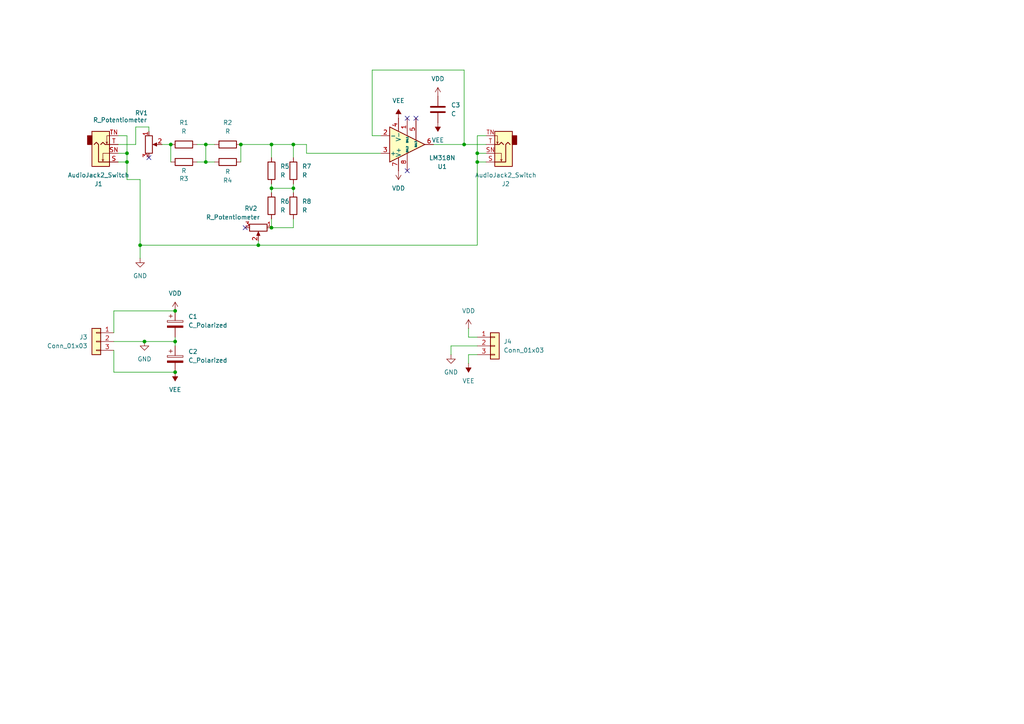
<source format=kicad_sch>
(kicad_sch (version 20250114) (generator "eeschema") (generator_version "9.0")
  (paper "A4")
  (lib_symbols
    (symbol "Amplifier_Operational:LM318N" (pin_names (offset 0.127))
      (property "Reference" "U" (at 3.81 3.81 0))
      (property "Value" "LM318N" (at 3.81 -3.81 0))
      (symbol "LM318N_0_1"
        (polyline (pts (xy 5.08 0) (xy -5.08 5.08) (xy -5.08 -5.08) (xy 5.08 0)) (stroke (width 0.254)) (fill (type background)))
      )
      (symbol "LM318N_1_1"
        (pin input line (at -7.62 2.54 0) (length 2.54) (name "+") (number "3"))
        (pin input line (at -7.62 -2.54 0) (length 2.54) (name "-") (number "2"))
        (pin power_in line (at -2.54 7.62 270) (length 3.81) (name "V+") (number "7"))
        (pin power_in line (at -2.54 -7.62 90) (length 3.81) (name "V-") (number "4"))
        (pin passive line (at 0 7.62 270) (length 5.08) (name "BAL2") (number "8"))
        (pin passive line (at 0 -7.62 90) (length 5.08) (name "BAL1") (number "1"))
        (pin passive line (at 2.54 -7.62 90) (length 6.35) (name "BAL3") (number "5"))
        (pin output line (at 7.62 0 180) (length 2.54) (name "~") (number "6"))
      )
    )
    (symbol "Connector_Audio:AudioJack2_Switch"
      (property "Reference" "J" (at 0 11.43 0))
      (property "Value" "AudioJack2_Switch" (at 0 8.89 0))
      (symbol "AudioJack2_Switch_0_1"
        (rectangle (start -2.54 0) (end -3.81 -2.54) (stroke (width 0.254)) (fill (type outline)))
        (rectangle (start 2.54 6.35) (end -2.54 -3.81) (stroke (width 0.254)) (fill (type background)))
      )
      (symbol "AudioJack2_Switch_1_1"
        (polyline (pts (xy 0 0) (xy 0.635 -0.635) (xy 1.27 0) (xy 2.54 0)) (stroke (width 0.254)))
        (polyline (pts (xy 0.635 4.826) (xy 0.889 4.318)))
        (polyline (pts (xy 1.778 -0.254) (xy 2.032 -0.762)))
        (polyline (pts (xy 2.54 5.08) (xy -0.635 5.08) (xy -0.635 0) (xy -1.27 -0.635) (xy -1.905 0)) (stroke (width 0.254)))
        (polyline (pts (xy 2.54 2.54) (xy 0.635 2.54) (xy 0.635 4.826) (xy 0.381 4.318)))
        (polyline (pts (xy 2.54 -2.54) (xy 1.778 -2.54) (xy 1.778 -0.254) (xy 1.524 -0.762)))
        (pin passive line (at 5.08 5.08 180) (length 2.54) (name "~") (number "S"))
        (pin passive line (at 5.08 2.54 180) (length 2.54) (name "~") (number "SN"))
        (pin passive line (at 5.08 0 180) (length 2.54) (name "~") (number "T"))
        (pin passive line (at 5.08 -2.54 180) (length 2.54) (name "~") (number "TN"))
      )
    )
    (symbol "Connector_Generic:Conn_01x03" (pin_names (offset 1.016) (hide yes))
      (property "Reference" "J" (at 0 5.08 0))
      (property "Value" "Conn_01x03" (at 0 -5.08 0))
      (symbol "Conn_01x03_1_1"
        (rectangle (start -1.27 3.81) (end 1.27 -3.81) (stroke (width 0.254)) (fill (type background)))
        (rectangle (start -1.27 2.667) (end 0 2.413) (stroke (width 0.1524)))
        (rectangle (start -1.27 0.127) (end 0 -0.127) (stroke (width 0.1524)))
        (rectangle (start -1.27 -2.413) (end 0 -2.667) (stroke (width 0.1524)))
        (pin passive line (at -5.08 2.54 0) (length 3.81) (name "Pin_1") (number "1"))
        (pin passive line (at -5.08 0 0) (length 3.81) (name "Pin_2") (number "2"))
        (pin passive line (at -5.08 -2.54 0) (length 3.81) (name "Pin_3") (number "3"))
      )
    )
    (symbol "Device:C" (pin_numbers (hide yes)) (pin_names (offset 0.254))
      (property "Reference" "C" (at 0.635 2.54 0))
      (property "Value" "C" (at 0.635 -2.54 0))
      (symbol "C_0_1"
        (polyline (pts (xy -2.032 0.762) (xy 2.032 0.762)) (stroke (width 0.508)))
        (polyline (pts (xy -2.032 -0.762) (xy 2.032 -0.762)) (stroke (width 0.508)))
      )
      (symbol "C_1_1"
        (pin passive line (at 0 3.81 270) (length 2.794) (name "~") (number "1"))
        (pin passive line (at 0 -3.81 90) (length 2.794) (name "~") (number "2"))
      )
    )
    (symbol "Device:C_Polarized" (pin_numbers (hide yes)) (pin_names (offset 0.254))
      (property "Reference" "C" (at 0.635 2.54 0))
      (property "Value" "C_Polarized" (at 0.635 -2.54 0))
      (symbol "C_Polarized_0_1"
        (rectangle (start -2.286 0.508) (end 2.286 1.016))
        (polyline (pts (xy -1.778 2.286) (xy -0.762 2.286)))
        (polyline (pts (xy -1.27 2.794) (xy -1.27 1.778)))
        (rectangle (start 2.286 -0.508) (end -2.286 -1.016) (fill (type outline)))
      )
      (symbol "C_Polarized_1_1"
        (pin passive line (at 0 3.81 270) (length 2.794) (name "~") (number "1"))
        (pin passive line (at 0 -3.81 90) (length 2.794) (name "~") (number "2"))
      )
    )
    (symbol "Device:R" (pin_numbers (hide yes)) (pin_names (offset 0))
      (property "Reference" "R" (at 2.032 0 90))
      (property "Value" "R" (at 0 0 90))
      (symbol "R_0_1"
        (rectangle (start -1.016 -2.54) (end 1.016 2.54) (stroke (width 0.254)))
      )
      (symbol "R_1_1"
        (pin passive line (at 0 3.81 270) (length 1.27) (name "~") (number "1"))
        (pin passive line (at 0 -3.81 90) (length 1.27) (name "~") (number "2"))
      )
    )
    (symbol "Device:R_Potentiometer" (pin_names (offset 1.016) (hide yes))
      (property "Reference" "RV" (at -4.445 0 90))
      (property "Value" "R_Potentiometer" (at -2.54 0 90))
      (symbol "R_Potentiometer_0_1"
        (rectangle (start 1.016 2.54) (end -1.016 -2.54) (stroke (width 0.254)))
        (polyline (pts (xy 1.143 0) (xy 2.286 0.508) (xy 2.286 -0.508) (xy 1.143 0)) (fill (type outline)))
        (polyline (pts (xy 2.54 0) (xy 1.524 0)))
      )
      (symbol "R_Potentiometer_1_1"
        (pin passive line (at 0 3.81 270) (length 1.27) (name "1") (number "1"))
        (pin passive line (at 0 -3.81 90) (length 1.27) (name "3") (number "3"))
        (pin passive line (at 3.81 0 180) (length 1.27) (name "2") (number "2"))
      )
    )
    (symbol "power:GND" (power) (pin_numbers (hide yes)) (pin_names (offset 0) (hide yes))
      (property "Value" "GND" (at 0 -3.81 0))
      (symbol "GND_0_1"
        (polyline (pts (xy 0 0) (xy 0 -1.27) (xy 1.27 -1.27) (xy 0 -2.54) (xy -1.27 -1.27) (xy 0 -1.27)))
      )
      (symbol "GND_1_1"
        (pin power_in line (at 0 0 270) (length 0) (name "~") (number "1"))
      )
    )
    (symbol "power:VDD" (power) (pin_numbers (hide yes)) (pin_names (offset 0) (hide yes))
      (property "Value" "VDD" (at 0 3.556 0))
      (symbol "VDD_0_1"
        (polyline (pts (xy -0.762 1.27) (xy 0 2.54)))
        (polyline (pts (xy 0 2.54) (xy 0.762 1.27)))
        (polyline (pts (xy 0 0) (xy 0 2.54)))
      )
      (symbol "VDD_1_1"
        (pin power_in line (at 0 0 90) (length 0) (name "~") (number "1"))
      )
    )
    (symbol "power:VEE" (power) (pin_numbers (hide yes)) (pin_names (offset 0) (hide yes))
      (property "Value" "VEE" (at 0 3.556 0))
      (symbol "VEE_0_1"
        (polyline (pts (xy 0 0) (xy 0 2.54)))
        (polyline (pts (xy 0.762 1.27) (xy -0.762 1.27) (xy 0 2.54) (xy 0.762 1.27)) (fill (type outline)))
      )
      (symbol "VEE_1_1"
        (pin power_in line (at 0 0 90) (length 0) (name "~") (number "1"))
      )
    )
  )
  (junction (at 36.83 44.45))
  (junction (at 50.8 90.17))
  (junction (at 50.8 99.06))
  (junction (at 69.85 41.91))
  (junction (at 36.83 46.99))
  (junction (at 138.43 44.45))
  (junction (at 41.91 99.06))
  (junction (at 85.09 54.61))
  (junction (at 59.69 46.99))
  (junction (at 134.62 41.91))
  (junction (at 78.74 54.61))
  (junction (at 85.09 41.91))
  (junction (at 74.93 71.12))
  (junction (at 40.64 71.12))
  (junction (at 138.43 46.99))
  (junction (at 50.8 107.95))
  (junction (at 78.74 66.04))
  (junction (at 49.53 41.91))
  (junction (at 59.69 41.91))
  (junction (at 78.74 41.91))
  (no_connect (at 43.18 45.72))
  (no_connect (at 120.65 34.29))
  (no_connect (at 118.11 34.29))
  (no_connect (at 118.11 49.53))
  (no_connect (at 71.12 66.04))
  (wire (pts (xy 138.43 97.79) (xy 135.89 97.79)))
  (wire (pts (xy 138.43 46.99) (xy 140.97 46.99)))
  (wire (pts (xy 88.9 41.91) (xy 88.9 44.45)))
  (wire (pts (xy 134.62 20.32) (xy 134.62 41.91)))
  (wire (pts (xy 138.43 39.37) (xy 138.43 44.45)))
  (wire (pts (xy 78.74 54.61) (xy 85.09 54.61)))
  (wire (pts (xy 130.81 100.33) (xy 130.81 102.87)))
  (wire (pts (xy 50.8 107.95) (xy 33.02 107.95)))
  (wire (pts (xy 78.74 41.91) (xy 85.09 41.91)))
  (wire (pts (xy 36.83 39.37) (xy 36.83 44.45)))
  (wire (pts (xy 40.64 71.12) (xy 74.93 71.12)))
  (wire (pts (xy 43.18 36.83) (xy 39.37 36.83)))
  (wire (pts (xy 110.49 39.37) (xy 107.95 39.37)))
  (wire (pts (xy 43.18 36.83) (xy 43.18 38.1)))
  (wire (pts (xy 78.74 63.5) (xy 78.74 66.04)))
  (wire (pts (xy 85.09 41.91) (xy 88.9 41.91)))
  (wire (pts (xy 39.37 41.91) (xy 34.29 41.91)))
  (wire (pts (xy 40.64 52.07) (xy 36.83 52.07)))
  (wire (pts (xy 36.83 52.07) (xy 36.83 46.99)))
  (wire (pts (xy 78.74 66.04) (xy 85.09 66.04)))
  (wire (pts (xy 78.74 53.34) (xy 78.74 54.61)))
  (wire (pts (xy 107.95 39.37) (xy 107.95 20.32)))
  (wire (pts (xy 69.85 41.91) (xy 69.85 46.99)))
  (wire (pts (xy 125.73 41.91) (xy 134.62 41.91)))
  (wire (pts (xy 74.93 71.12) (xy 138.43 71.12)))
  (wire (pts (xy 78.74 41.91) (xy 78.74 45.72)))
  (wire (pts (xy 59.69 41.91) (xy 59.69 46.99)))
  (wire (pts (xy 57.15 41.91) (xy 59.69 41.91)))
  (wire (pts (xy 59.69 46.99) (xy 62.23 46.99)))
  (wire (pts (xy 74.93 69.85) (xy 74.93 71.12)))
  (wire (pts (xy 138.43 44.45) (xy 140.97 44.45)))
  (wire (pts (xy 50.8 90.17) (xy 33.02 90.17)))
  (wire (pts (xy 85.09 54.61) (xy 85.09 55.88)))
  (wire (pts (xy 138.43 46.99) (xy 138.43 71.12)))
  (wire (pts (xy 88.9 44.45) (xy 110.49 44.45)))
  (wire (pts (xy 33.02 107.95) (xy 33.02 101.6)))
  (wire (pts (xy 85.09 41.91) (xy 85.09 45.72)))
  (wire (pts (xy 107.95 20.32) (xy 134.62 20.32)))
  (wire (pts (xy 41.91 99.06) (xy 50.8 99.06)))
  (wire (pts (xy 135.89 102.87) (xy 135.89 105.41)))
  (wire (pts (xy 40.64 71.12) (xy 40.64 52.07)))
  (wire (pts (xy 33.02 90.17) (xy 33.02 96.52)))
  (wire (pts (xy 36.83 46.99) (xy 34.29 46.99)))
  (wire (pts (xy 36.83 44.45) (xy 36.83 46.99)))
  (wire (pts (xy 138.43 44.45) (xy 138.43 46.99)))
  (wire (pts (xy 69.85 41.91) (xy 78.74 41.91)))
  (wire (pts (xy 134.62 41.91) (xy 140.97 41.91)))
  (wire (pts (xy 78.74 54.61) (xy 78.74 55.88)))
  (wire (pts (xy 46.99 41.91) (xy 49.53 41.91)))
  (wire (pts (xy 138.43 100.33) (xy 130.81 100.33)))
  (wire (pts (xy 50.8 100.33) (xy 50.8 99.06)))
  (wire (pts (xy 50.8 99.06) (xy 50.8 97.79)))
  (wire (pts (xy 85.09 53.34) (xy 85.09 54.61)))
  (wire (pts (xy 34.29 44.45) (xy 36.83 44.45)))
  (wire (pts (xy 40.64 71.12) (xy 40.64 74.93)))
  (wire (pts (xy 135.89 97.79) (xy 135.89 95.25)))
  (wire (pts (xy 138.43 102.87) (xy 135.89 102.87)))
  (wire (pts (xy 140.97 39.37) (xy 138.43 39.37)))
  (wire (pts (xy 39.37 36.83) (xy 39.37 41.91)))
  (wire (pts (xy 85.09 66.04) (xy 85.09 63.5)))
  (wire (pts (xy 59.69 41.91) (xy 62.23 41.91)))
  (wire (pts (xy 57.15 46.99) (xy 59.69 46.99)))
  (wire (pts (xy 49.53 41.91) (xy 49.53 46.99)))
  (wire (pts (xy 33.02 99.06) (xy 41.91 99.06)))
  (wire (pts (xy 34.29 39.37) (xy 36.83 39.37)))
  (symbol (lib_id "power:GND") (at 41.91 99.06 0) (unit 1)
    (property "Reference" "#PWR06" (effects (hide yes)))
    (property "Value" "GND" (at 41.91 104.14 0))
    (property "Description" "Power symbol creates a global label with name \"GND\" , ground" (effects (hide yes)))
  )
  (symbol (lib_id "power:GND") (at 130.81 102.87 0) (unit 1)
    (property "Reference" "#PWR09" (effects (hide yes)))
    (property "Value" "GND" (at 130.81 107.95 0))
    (property "Description" "Power symbol creates a global label with name \"GND\" , ground" (effects (hide yes)))
  )
  (symbol (lib_id "power:VDD") (at 50.8 90.17 0) (unit 1)
    (property "Reference" "#PWR04" (effects (hide yes)))
    (property "Value" "VDD" (at 50.8 85.09 0))
    (property "Description" "Power symbol creates a global label with name \"VDD\"" (effects (hide yes)))
  )
  (symbol (lib_id "Device:R") (at 85.09 49.53 180) (unit 1)
    (property "Reference" "R7" (at 87.63 48.2599 0) (effects (justify right)))
    (property "Value" "R" (at 87.63 50.7999 0) (effects (justify right)))
    (property "Footprint" "universal-RLC:Universal-RLC" (effects (hide yes)))
    (property "Description" "Resistor" (effects (hide yes)))
  )
  (symbol (lib_id "Device:R_Potentiometer") (at 74.93 66.04 270) (unit 1)
    (property "Reference" "RV2" (at 74.676 60.452 90) (effects (justify right)))
    (property "Value" "R_Potentiometer" (at 75.438 62.992 90) (effects (justify right)))
    (property "Footprint" "Potentiometer_THT:Potentiometer_Bourns_PTV09A-1_Single_Vertical" (effects (hide yes)))
    (property "Description" "Potentiometer" (effects (hide yes)))
  )
  (symbol (lib_id "Device:R") (at 66.04 41.91 90) (unit 1)
    (property "Reference" "R2" (at 66.04 35.56 90))
    (property "Value" "R" (at 66.04 38.1 90))
    (property "Footprint" "universal-RLC:Universal-RLC" (effects (hide yes)))
    (property "Description" "Resistor" (effects (hide yes)))
  )
  (symbol (lib_id "Device:R") (at 53.34 46.99 90) (unit 1)
    (property "Reference" "R3" (at 53.34 51.816 90))
    (property "Value" "R" (at 53.34 49.53 90))
    (property "Footprint" "universal-RLC:Universal-RLC" (effects (hide yes)))
    (property "Description" "Resistor" (effects (hide yes)))
  )
  (symbol (lib_id "Device:C_Polarized") (at 50.8 104.14 0) (unit 1)
    (property "Reference" "C2" (at 54.61 101.9809 0) (effects (justify left)))
    (property "Value" "C_Polarized" (at 54.61 104.5209 0) (effects (justify left)))
    (property "Footprint" "Capacitor_THT:CP_Axial_L18.0mm_D10.0mm_P25.00mm_Horizontal" (effects (hide yes)))
    (property "Description" "Polarized capacitor" (effects (hide yes)))
  )
  (symbol (lib_id "Connector_Generic:Conn_01x03") (at 27.94 99.06 0) (mirror y) (unit 1)
    (property "Reference" "J3" (at 25.4 97.7899 0) (effects (justify left)))
    (property "Value" "Conn_01x03" (at 25.4 100.3299 0) (effects (justify left)))
    (property "Footprint" "Connector_JST:JST_PH_B3B-PH-K_1x03_P2.00mm_Vertical" (effects (hide yes)))
    (property "Description" "Generic connector, single row, 01x03, script generated (kicad-library-utils/schlib/autogen/connector/)" (effects (hide yes)))
  )
  (symbol (lib_id "Device:R") (at 66.04 46.99 90) (unit 1)
    (property "Reference" "R4" (at 66.04 52.324 90))
    (property "Value" "R" (at 66.04 49.784 90))
    (property "Footprint" "universal-RLC:Universal-RLC" (effects (hide yes)))
    (property "Description" "Resistor" (effects (hide yes)))
  )
  (symbol (lib_id "Device:C_Polarized") (at 50.8 93.98 0) (unit 1)
    (property "Reference" "C1" (at 54.61 91.8209 0) (effects (justify left)))
    (property "Value" "C_Polarized" (at 54.61 94.3609 0) (effects (justify left)))
    (property "Footprint" "Capacitor_THT:CP_Axial_L18.0mm_D10.0mm_P25.00mm_Horizontal" (effects (hide yes)))
    (property "Description" "Polarized capacitor" (effects (hide yes)))
  )
  (symbol (lib_id "power:VEE") (at 50.8 107.95 180) (unit 1)
    (property "Reference" "#PWR05" (effects (hide yes)))
    (property "Value" "VEE" (at 50.8 113.03 0))
    (property "Description" "Power symbol creates a global label with name \"VEE\"" (effects (hide yes)))
  )
  (symbol (lib_id "Device:R") (at 85.09 59.69 180) (unit 1)
    (property "Reference" "R8" (at 87.63 58.4199 0) (effects (justify right)))
    (property "Value" "R" (at 87.63 60.9599 0) (effects (justify right)))
    (property "Footprint" "universal-RLC:Universal-RLC" (effects (hide yes)))
    (property "Description" "Resistor" (effects (hide yes)))
  )
  (symbol (lib_id "Connector_Generic:Conn_01x03") (at 143.51 100.33 0) (unit 1)
    (property "Reference" "J4" (at 146.05 99.0599 0) (effects (justify left)))
    (property "Value" "Conn_01x03" (at 146.05 101.5999 0) (effects (justify left)))
    (property "Footprint" "Connector_JST:JST_PH_B3B-PH-K_1x03_P2.00mm_Vertical" (effects (hide yes)))
    (property "Description" "Generic connector, single row, 01x03, script generated (kicad-library-utils/schlib/autogen/connector/)" (effects (hide yes)))
  )
  (symbol (lib_id "power:VDD") (at 135.89 95.25 0) (unit 1)
    (property "Reference" "#PWR07" (effects (hide yes)))
    (property "Value" "VDD" (at 135.89 90.17 0))
    (property "Description" "Power symbol creates a global label with name \"VDD\"" (effects (hide yes)))
  )
  (symbol (lib_id "Device:C") (at 127 31.75 0) (unit 1)
    (property "Reference" "C3" (at 130.81 30.4799 0) (effects (justify left)))
    (property "Value" "C" (at 130.81 33.0199 0) (effects (justify left)))
    (property "Footprint" "Capacitor_THT:C_Disc_D5.0mm_W2.5mm_P5.00mm" (effects (hide yes)))
    (property "Description" "Unpolarized capacitor" (effects (hide yes)))
  )
  (symbol (lib_id "power:VDD") (at 115.57 49.53 180) (unit 1)
    (property "Reference" "#PWR03" (effects (hide yes)))
    (property "Value" "VDD" (at 115.57 54.61 0))
    (property "Description" "Power symbol creates a global label with name \"VDD\"" (effects (hide yes)))
  )
  (symbol (lib_id "power:VEE") (at 135.89 105.41 180) (unit 1)
    (property "Reference" "#PWR08" (effects (hide yes)))
    (property "Value" "VEE" (at 135.89 110.49 0))
    (property "Description" "Power symbol creates a global label with name \"VEE\"" (effects (hide yes)))
  )
  (symbol (lib_id "Device:R") (at 78.74 59.69 180) (unit 1)
    (property "Reference" "R6" (at 81.28 58.4199 0) (effects (justify right)))
    (property "Value" "R" (at 81.28 60.9599 0) (effects (justify right)))
    (property "Footprint" "universal-RLC:Universal-RLC" (effects (hide yes)))
    (property "Description" "Resistor" (effects (hide yes)))
  )
  (symbol (lib_id "Device:R") (at 53.34 41.91 90) (unit 1)
    (property "Reference" "R1" (at 53.34 35.56 90))
    (property "Value" "R" (at 53.34 38.1 90))
    (property "Footprint" "universal-RLC:Universal-RLC" (effects (hide yes)))
    (property "Description" "Resistor" (effects (hide yes)))
  )
  (symbol (lib_id "power:GND") (at 40.64 74.93 0) (unit 1)
    (property "Reference" "#PWR01" (effects (hide yes)))
    (property "Value" "GND" (at 40.64 80.01 0))
    (property "Description" "Power symbol creates a global label with name \"GND\" , ground" (effects (hide yes)))
  )
  (symbol (lib_id "Device:R") (at 78.74 49.53 180) (unit 1)
    (property "Reference" "R5" (at 81.28 48.2599 0) (effects (justify right)))
    (property "Value" "R" (at 81.28 50.7999 0) (effects (justify right)))
    (property "Footprint" "universal-RLC:Universal-RLC" (effects (hide yes)))
    (property "Description" "Resistor" (effects (hide yes)))
  )
  (symbol (lib_id "power:VDD") (at 127 27.94 0) (unit 1)
    (property "Reference" "#PWR010" (effects (hide yes)))
    (property "Value" "VDD" (at 127 22.86 0))
    (property "Description" "Power symbol creates a global label with name \"VDD\"" (effects (hide yes)))
  )
  (symbol (lib_id "Connector_Audio:AudioJack2_Switch") (at 29.21 41.91 0) (mirror x) (unit 1)
    (property "Reference" "J1" (at 28.575 53.34 0))
    (property "Value" "AudioJack2_Switch" (at 28.575 50.8 0))
    (property "Footprint" "Connector_Audio:Jack_6.35mm_Neutrik_NMJ4HHD2_Horizontal" (effects (hide yes)))
    (property "Description" "Audio Jack, 2 Poles (Mono / TS), Switched Pole (Normalling)" (effects (hide yes)))
  )
  (symbol (lib_id "Amplifier_Operational:LM318N") (at 118.11 41.91 0) (mirror x) (unit 1)
    (property "Reference" "U1" (at 128.27 48.3302 0))
    (property "Value" "LM318N" (at 128.27 45.7902 0))
    (property "Footprint" "Package_DIP:DIP-8_W7.62mm_Socket_LongPads" (effects (hide yes)))
    (property "Datasheet" "http://www.ti.com/lit/ds/symlink/lm318-n.pdf" (effects (hide yes)))
    (property "Description" "Operational Amplifier, DIP-8" (effects (hide yes)))
  )
  (symbol (lib_id "power:VEE") (at 127 35.56 180) (unit 1)
    (property "Reference" "#PWR011" (effects (hide yes)))
    (property "Value" "VEE" (at 127 40.64 0))
    (property "Description" "Power symbol creates a global label with name \"VEE\"" (effects (hide yes)))
  )
  (symbol (lib_id "power:VEE") (at 115.57 34.29 0) (unit 1)
    (property "Reference" "#PWR02" (effects (hide yes)))
    (property "Value" "VEE" (at 115.57 29.21 0))
    (property "Description" "Power symbol creates a global label with name \"VEE\"" (effects (hide yes)))
  )
  (symbol (lib_id "Device:R_Potentiometer") (at 43.18 41.91 0) (unit 1)
    (property "Reference" "RV1" (at 42.926 32.766 0) (effects (justify right)))
    (property "Value" "R_Potentiometer" (at 42.672 34.798 0) (effects (justify right)))
    (property "Footprint" "Potentiometer_THT:Potentiometer_Bourns_PTV09A-1_Single_Vertical" (effects (hide yes)))
    (property "Description" "Potentiometer" (effects (hide yes)))
  )
  (symbol (lib_id "Connector_Audio:AudioJack2_Switch") (at 146.05 41.91 180) (unit 1)
    (property "Reference" "J2" (at 146.685 53.34 0))
    (property "Value" "AudioJack2_Switch" (at 146.685 50.8 0))
    (property "Footprint" "Connector_Audio:Jack_6.35mm_Neutrik_NMJ4HHD2_Horizontal" (effects (hide yes)))
    (property "Description" "Audio Jack, 2 Poles (Mono / TS), Switched Pole (Normalling)" (effects (hide yes)))
  )
)
</source>
